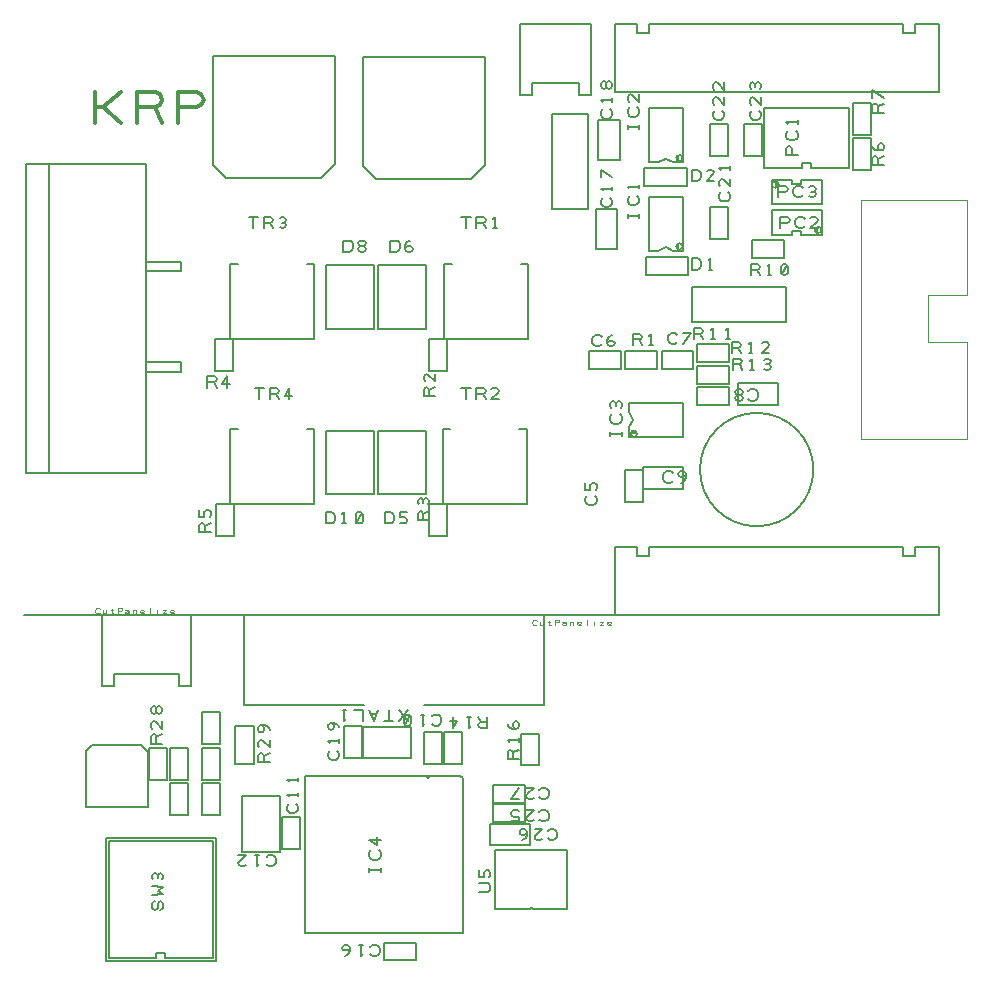
<source format=gto>
%FSLAX34Y34*%
%MOMM*%
G04 EasyPC Gerber Version 18.0.6 Build 3620 *
%ADD80C,0.02540*%
%ADD81C,0.10000*%
%ADD10C,0.12700*%
%ADD76C,0.30000*%
X0Y0D02*
D02*
D10*
X635Y313760D02*
X500635D01*
X1635Y433760D02*
X21635D01*
Y695760*
X1635*
Y433760*
Y695760*
X103635*
Y612760*
X133635*
Y604760*
X103635*
Y527760*
X133635*
Y519760*
X103635*
Y433760*
X1635*
X57635Y203760D02*
X99635D01*
X105635Y197760*
Y150760*
X52635*
Y198760*
X57635Y203760*
X66635Y253760D02*
X76635D01*
Y263760*
X131635*
Y253760*
X141635*
Y313760*
X66635*
Y253760*
X69635Y20860D02*
Y125160D01*
X162635*
Y20860*
X69635*
X72135Y23360D02*
Y122660D01*
X160135*
Y23360*
X119885*
Y27110*
X112385*
Y23360*
X72135*
X103635Y515760D02*
Y612760D01*
X117254Y204760D02*
X107729D01*
Y210316*
X108522Y211904*
X110110Y212698*
X111697Y211904*
X112491Y210316*
Y204760*
Y210316D02*
X117254Y212698D01*
Y223810D02*
Y217460D01*
X111697Y223016*
X110110Y223810*
X108522Y223016*
X107729Y221429*
Y219048*
X108522Y217460*
X112491Y232541D02*
Y234129D01*
X111697Y235716*
X110110Y236510*
X108522Y235716*
X107729Y234129*
Y232541*
X108522Y230954*
X110110Y230160*
X111697Y230954*
X112491Y232541*
X113285Y230954*
X114872Y230160*
X116460Y230954*
X117254Y232541*
Y234129*
X116460Y235716*
X114872Y236510*
X113285Y235716*
X112491Y234129*
X115872Y63560D02*
X117460Y64354D01*
X118254Y65941*
Y69116*
X117460Y70704*
X115872Y71498*
X114285Y70704*
X113491Y69116*
Y65941*
X112697Y64354*
X111110Y63560*
X109522Y64354*
X108729Y65941*
Y69116*
X109522Y70704*
X111110Y71498*
X108729Y76260D02*
X118254Y77054D01*
X113491Y80229*
X118254Y83404*
X108729Y84198*
X117460Y89754D02*
X118254Y91341D01*
Y92929*
X117460Y94516*
X115872Y95310*
X114285Y94516*
X113491Y92929*
Y91341*
Y92929D02*
X112697Y94516D01*
X111110Y95310*
X109522Y94516*
X108729Y92929*
Y91341*
X109522Y89754*
X121175Y174220D02*
Y201300D01*
X106095*
Y174220*
X121175*
X139175Y144220D02*
Y171300D01*
X124095*
Y144220*
X139175*
Y174220D02*
Y201300D01*
X124095*
Y174220*
X139175*
X155635Y506141D02*
Y515666D01*
X161191*
X162779Y514873*
X163573Y513285*
X162779Y511698*
X161191Y510904*
X155635*
X161191D02*
X163573Y506141D01*
X172304D02*
Y515666D01*
X168335Y509316*
X174685*
X158254Y383760D02*
X148729D01*
Y389316*
X149522Y390904*
X151110Y391698*
X152697Y390904*
X153491Y389316*
Y383760*
Y389316D02*
X158254Y391698D01*
X157460Y396460D02*
X158254Y398048D01*
Y400429*
X157460Y402016*
X155872Y402810*
X155079*
X153491Y402016*
X152697Y400429*
Y396460*
X148729*
Y402810*
X166175Y144220D02*
Y171300D01*
X151095*
Y144220*
X166175*
Y174220D02*
Y201300D01*
X151095*
Y174220*
X166175*
Y204220D02*
Y231300D01*
X151095*
Y204220*
X166175*
X177175Y520220D02*
Y547300D01*
X162095*
Y520220*
X177175*
X178175Y380220D02*
Y407300D01*
X163095*
Y380220*
X178175*
X179385Y187760D02*
Y219760D01*
X195385*
Y187760*
X179385*
X181425Y470910D02*
X175075D01*
Y407410*
X246195*
Y470910*
X239845*
X181425Y610910D02*
X175075D01*
Y547410*
X246195*
Y610910*
X239845*
X184595Y160300D02*
Y113220D01*
X216675*
Y160300*
X184595*
X194604Y641141D02*
Y650666D01*
X190635D02*
X198573D01*
X203335Y641141D02*
Y650666D01*
X208891*
X210479Y649873*
X211273Y648285*
X210479Y646698*
X208891Y645904*
X203335*
X208891D02*
X211273Y641141D01*
X216829Y641935D02*
X218416Y641141D01*
X220004*
X221591Y641935*
X222385Y643523*
X221591Y645110*
X220004Y645904*
X218416*
X220004D02*
X221591Y646698D01*
X222385Y648285*
X221591Y649873*
X220004Y650666*
X218416*
X216829Y649873*
X199604Y496141D02*
Y505666D01*
X195635D02*
X203573D01*
X208335Y496141D02*
Y505666D01*
X213891*
X215479Y504873*
X216273Y503285*
X215479Y501698*
X213891Y500904*
X208335*
X213891D02*
X216273Y496141D01*
X225004D02*
Y505666D01*
X221035Y499316*
X227385*
X208254Y188760D02*
X198729D01*
Y194316*
X199522Y195904*
X201110Y196698*
X202697Y195904*
X203491Y194316*
Y188760*
Y194316D02*
X208254Y196698D01*
Y207810D02*
Y201460D01*
X202697Y207016*
X201110Y207810*
X199522Y207016*
X198729Y205429*
Y203048*
X199522Y201460*
X208254Y216541D02*
X207460Y218129D01*
X205872Y219716*
X203491Y220510*
X201110*
X199522Y219716*
X198729Y218129*
Y216541*
X199522Y214954*
X201110Y214160*
X202697Y214954*
X203491Y216541*
Y218129*
X202697Y219716*
X201110Y220510*
X205697Y108791D02*
X206491Y109585D01*
X208079Y110379*
X210460*
X212047Y109585*
X212841Y108791*
X213635Y107204*
Y104029*
X212841Y102441*
X212047Y101647*
X210460Y100854*
X208079*
X206491Y101647*
X205697Y102441*
X199347Y110379D02*
X196172D01*
X197760D02*
Y100854D01*
X199347Y102441*
X181885Y110379D02*
X188235D01*
X182679Y104822*
X181885Y103235*
X182679Y101647*
X184266Y100854*
X186647*
X188235Y101647*
X219095Y142300D02*
Y115220D01*
X234175*
Y142300*
X219095*
X230666Y153698D02*
X231460Y152904D01*
X232254Y151316*
Y148935*
X231460Y147348*
X230666Y146554*
X229079Y145760*
X225904*
X224316Y146554*
X223522Y147348*
X222729Y148935*
Y151316*
X223522Y152904*
X224316Y153698*
X232254Y160048D02*
Y163223D01*
Y161635D02*
X222729D01*
X224316Y160048*
X232254Y172748D02*
Y175923D01*
Y174335D02*
X222729D01*
X224316Y172748*
X255635Y391141D02*
Y400666D01*
X260398*
X261985Y399873*
X262779Y399079*
X263573Y397491*
Y394316*
X262779Y392729*
X261985Y391935*
X260398Y391141*
X255635*
X269923D02*
X273098D01*
X271510D02*
Y400666D01*
X269923Y399079*
X281829Y391935D02*
X283416Y391141D01*
X285004*
X286591Y391935*
X287385Y393523*
Y398285*
X286591Y399873*
X285004Y400666*
X283416*
X281829Y399873*
X281035Y398285*
Y393523*
X281829Y391935*
X286591Y399873*
X256385Y415760D02*
X296385D01*
Y469760*
X256385*
Y415760*
Y555760D02*
X296385D01*
Y609760*
X256385*
Y555760*
X263635Y695760D02*
Y786760D01*
X160635*
Y694760*
X171635Y683760*
X251635*
X263635Y695760*
X265666Y198698D02*
X266460Y197904D01*
X267254Y196316*
Y193935*
X266460Y192348*
X265666Y191554*
X264079Y190760*
X260904*
X259316Y191554*
X258522Y192348*
X257729Y193935*
Y196316*
X258522Y197904*
X259316Y198698*
X267254Y205048D02*
Y208223D01*
Y206635D02*
X257729D01*
X259316Y205048*
X267254Y218541D02*
X266460Y220129D01*
X264872Y221716*
X262491Y222510*
X260110*
X258522Y221716*
X257729Y220129*
Y218541*
X258522Y216954*
X260110Y216160*
X261697Y216954*
X262491Y218541*
Y220129*
X261697Y221716*
X260110Y222510*
X270635Y621141D02*
Y630666D01*
X275398*
X276985Y629873*
X277779Y629079*
X278573Y627491*
Y624316*
X277779Y622729*
X276985Y621935*
X275398Y621141*
X270635*
X285716Y625904D02*
X287304D01*
X288891Y626698*
X289685Y628285*
X288891Y629873*
X287304Y630666*
X285716*
X284129Y629873*
X283335Y628285*
X284129Y626698*
X285716Y625904*
X284129Y625110*
X283335Y623523*
X284129Y621935*
X285716Y621141*
X287304*
X288891Y621935*
X289685Y623523*
X288891Y625110*
X287304Y625904*
X271095Y219300D02*
Y192220D01*
X286175*
Y219300*
X271095*
X300385Y415760D02*
X340385D01*
Y469760*
X300385*
Y415760*
Y555760D02*
X340385D01*
Y609760*
X300385*
Y555760*
X293697Y32791D02*
X294491Y33585D01*
X296079Y34379*
X298460*
X300047Y33585*
X300841Y32791*
X301635Y31204*
Y28029*
X300841Y26441*
X300047Y25647*
X298460Y24854*
X296079*
X294491Y25647*
X293697Y26441*
X287347Y34379D02*
X284172D01*
X285760D02*
Y24854D01*
X287347Y26441*
X276235Y31997D02*
X275441Y30410D01*
X273854Y29616*
X272266*
X270679Y30410*
X269885Y31997*
X270679Y33585*
X272266Y34379*
X273854*
X275441Y33585*
X276235Y31997*
Y29616*
X275441Y27235*
X273854Y25647*
X272266Y24854*
X302254Y96141D02*
Y99316D01*
Y97729D02*
X292729D01*
Y96141D02*
Y99316D01*
X300666Y114398D02*
X301460Y113604D01*
X302254Y112016*
Y109635*
X301460Y108048*
X300666Y107254*
X299079Y106460*
X295904*
X294316Y107254*
X293522Y108048*
X292729Y109635*
Y112016*
X293522Y113604*
X294316Y114398*
X302254Y123129D02*
X292729D01*
X299079Y119160*
Y125510*
X305635Y391141D02*
Y400666D01*
X310398*
X311985Y399873*
X312779Y399079*
X313573Y397491*
Y394316*
X312779Y392729*
X311985Y391935*
X310398Y391141*
X305635*
X318335Y391935D02*
X319923Y391141D01*
X322304*
X323891Y391935*
X324685Y393523*
Y394316*
X323891Y395904*
X322304Y396698*
X318335*
Y400666*
X324685*
X310635Y621141D02*
Y630666D01*
X315398*
X316985Y629873*
X317779Y629079*
X318573Y627491*
Y624316*
X317779Y622729*
X316985Y621935*
X315398Y621141*
X310635*
X323335Y623523D02*
X324129Y625110D01*
X325716Y625904*
X327304*
X328891Y625110*
X329685Y623523*
X328891Y621935*
X327304Y621141*
X325716*
X324129Y621935*
X323335Y623523*
Y625904*
X324129Y628285*
X325716Y629873*
X327304Y630666*
X325635Y233379D02*
X317697Y223854D01*
X325635D02*
X317697Y233379D01*
X308966D02*
Y223854D01*
X312935D02*
X304997D01*
X300235Y233379D02*
X296266Y223854D01*
X292297Y233379*
X298647Y229410D02*
X293885D01*
X287535Y223854D02*
Y233379D01*
X279597*
X273247D02*
X270072D01*
X271660D02*
Y223854D01*
X273247Y225441*
X327635Y218760D02*
X287635D01*
Y192760*
X327635*
Y218760*
X332175Y36300D02*
X305095D01*
Y21220*
X332175*
Y36300*
X339035Y237660D02*
X440635D01*
Y313860*
X186635*
Y237660*
X288235*
X343095Y407300D02*
Y380220D01*
X358175*
Y407300*
X343095*
Y547300D02*
Y520220D01*
X358175*
Y547300*
X343095*
X343685Y176210D02*
G75*
G03X341585I-1050D01*
G01*
G75*
G03X343685I1050*
G01*
G36*
G75*
G03X341585I-1050*
G01*
G75*
G03X343685I1050*
G01*
G37*
X343254Y393760D02*
X333729D01*
Y399316*
X334522Y400904*
X336110Y401698*
X337697Y400904*
X338491Y399316*
Y393760*
Y399316D02*
X343254Y401698D01*
X342460Y407254D02*
X343254Y408841D01*
Y410429*
X342460Y412016*
X340872Y412810*
X339285Y412016*
X338491Y410429*
Y408841*
Y410429D02*
X337697Y412016D01*
X336110Y412810*
X334522Y412016*
X333729Y410429*
Y408841*
X334522Y407254*
X348254Y498760D02*
X338729D01*
Y504316*
X339522Y505904*
X341110Y506698*
X342697Y505904*
X343491Y504316*
Y498760*
Y504316D02*
X348254Y506698D01*
Y517810D02*
Y511460D01*
X342697Y517016*
X341110Y517810*
X339522Y517016*
X338729Y515429*
Y513048*
X339522Y511460*
X345697Y227791D02*
X346491Y228585D01*
X348079Y229379*
X350460*
X352047Y228585*
X352841Y227791*
X353635Y226204*
Y223029*
X352841Y221441*
X352047Y220647*
X350460Y219854*
X348079*
X346491Y220647*
X345697Y221441*
X339347Y229379D02*
X336172D01*
X337760D02*
Y219854D01*
X339347Y221441*
X327441Y228585D02*
X325854Y229379D01*
X324266*
X322679Y228585*
X321885Y226997*
Y222235*
X322679Y220647*
X324266Y219854*
X325854*
X327441Y220647*
X328235Y222235*
Y226997*
X327441Y228585*
X322679Y220647*
X354175Y187220D02*
Y214300D01*
X339095*
Y187220*
X354175*
X356095Y214300D02*
Y187220D01*
X371175*
Y214300*
X356095*
X361425Y470910D02*
X355075D01*
Y407410*
X426195*
Y470910*
X419845*
X362425Y610910D02*
X356075D01*
Y547410*
X427195*
Y610910*
X420845*
X374604Y496141D02*
Y505666D01*
X370635D02*
X378573D01*
X383335Y496141D02*
Y505666D01*
X388891*
X390479Y504873*
X391273Y503285*
X390479Y501698*
X388891Y500904*
X383335*
X388891D02*
X391273Y496141D01*
X402385D02*
X396035D01*
X401591Y501698*
X402385Y503285*
X401591Y504873*
X400004Y505666*
X397623*
X396035Y504873*
X374604Y641141D02*
Y650666D01*
X370635D02*
X378573D01*
X383335Y641141D02*
Y650666D01*
X388891*
X390479Y649873*
X391273Y648285*
X390479Y646698*
X388891Y645904*
X383335*
X388891D02*
X391273Y641141D01*
X397623D02*
X400798D01*
X399210D02*
Y650666D01*
X397623Y649079*
X371635Y44260D02*
X238635D01*
Y177260*
X369635*
X371635Y175260*
Y44260*
X390635Y694760D02*
Y785760D01*
X287635*
Y693760*
X298635Y682760*
X378635*
X390635Y694760*
X392765Y227379D02*
Y217854D01*
X387209*
X385621Y218647*
X384827Y220235*
X385621Y221822*
X387209Y222616*
X392765*
X387209D02*
X384827Y227379D01*
X378477D02*
X375302D01*
X376890D02*
Y217854D01*
X378477Y219441*
X363396Y227379D02*
Y217854D01*
X367365Y224204*
X361015*
X385729Y78760D02*
X392872D01*
X394460Y79554*
X395254Y81141*
Y84316*
X394460Y85904*
X392872Y86698*
X385729*
X394460Y91460D02*
X395254Y93048D01*
Y95429*
X394460Y97016*
X392872Y97810*
X392079*
X390491Y97016*
X389697Y95429*
Y91460*
X385729*
Y97810*
X399435Y64710D02*
Y114810D01*
X459835*
Y64710*
X430885*
Y65960*
X428385*
Y64710*
X399435*
X420635Y753760D02*
X430635D01*
Y763760*
X470635*
Y753760*
X480635*
Y813760*
X420635*
Y753760*
X419254Y191760D02*
X409729D01*
Y197316*
X410522Y198904*
X412110Y199698*
X413697Y198904*
X414491Y197316*
Y191760*
Y197316D02*
X419254Y199698D01*
Y206048D02*
Y209223D01*
Y207635D02*
X409729D01*
X411316Y206048*
X416872Y217160D02*
X415285Y217954D01*
X414491Y219541*
Y221129*
X415285Y222716*
X416872Y223510*
X418460Y222716*
X419254Y221129*
Y219541*
X418460Y217954*
X416872Y217160*
X414491*
X412110Y217954*
X410522Y219541*
X409729Y221129*
X424175Y153300D02*
X397095D01*
Y138220*
X424175*
Y153300*
Y169300D02*
X397095D01*
Y154220*
X424175*
Y169300*
X428675Y136800D02*
X394595D01*
Y118720*
X428675*
Y136800*
X436175Y186220D02*
Y213300D01*
X421095*
Y186220*
X436175*
X436697Y146791D02*
X437491Y147585D01*
X439079Y148379*
X441460*
X443047Y147585*
X443841Y146791*
X444635Y145204*
Y142029*
X443841Y140441*
X443047Y139647*
X441460Y138854*
X439079*
X437491Y139647*
X436697Y140441*
X425585Y148379D02*
X431935D01*
X426379Y142822*
X425585Y141235*
X426379Y139647*
X427966Y138854*
X430347*
X431935Y139647*
X419235Y147585D02*
X417647Y148379D01*
X415266*
X413679Y147585*
X412885Y145997*
Y145204*
X413679Y143616*
X415266Y142822*
X419235*
Y138854*
X412885*
X436697Y165791D02*
X437491Y166585D01*
X439079Y167379*
X441460*
X443047Y166585*
X443841Y165791*
X444635Y164204*
Y161029*
X443841Y159441*
X443047Y158647*
X441460Y157854*
X439079*
X437491Y158647*
X436697Y159441*
X425585Y167379D02*
X431935D01*
X426379Y161822*
X425585Y160235*
X426379Y158647*
X427966Y157854*
X430347*
X431935Y158647*
X419235Y167379D02*
X412885Y157854D01*
X419235*
X443697Y130791D02*
X444491Y131585D01*
X446079Y132379*
X448460*
X450047Y131585*
X450841Y130791*
X451635Y129204*
Y126029*
X450841Y124441*
X450047Y123647*
X448460Y122854*
X446079*
X444491Y123647*
X443697Y124441*
X432585Y132379D02*
X438935D01*
X433379Y126822*
X432585Y125235*
X433379Y123647*
X434966Y122854*
X437347*
X438935Y123647*
X426235Y129997D02*
X425441Y128410D01*
X423854Y127616*
X422266*
X420679Y128410*
X419885Y129997*
X420679Y131585*
X422266Y132379*
X423854*
X425441Y131585*
X426235Y129997*
Y127616*
X425441Y125235*
X423854Y123647*
X422266Y122854*
X477635Y657510D02*
Y737510D01*
X447635*
Y657510*
X477635*
X479095Y522220D02*
X506175D01*
Y537300*
X479095*
Y522220*
X489573Y542729D02*
X488779Y541935D01*
X487191Y541141*
X484810*
X483223Y541935*
X482429Y542729*
X481635Y544316*
Y547491*
X482429Y549079*
X483223Y549873*
X484810Y550666*
X487191*
X488779Y549873*
X489573Y549079*
X494335Y543523D02*
X495129Y545110D01*
X496716Y545904*
X498304*
X499891Y545110*
X500685Y543523*
X499891Y541935*
X498304Y541141*
X496716*
X495129Y541935*
X494335Y543523*
Y545904*
X495129Y548285*
X496716Y549873*
X498304Y550666*
X484595Y657800D02*
Y623720D01*
X502675*
Y657800*
X484595*
X486595Y732800D02*
Y698720D01*
X504675*
Y732800*
X486595*
X483536Y414618D02*
X484330Y413824D01*
X485124Y412236*
Y409855*
X484330Y408268*
X483536Y407474*
X481949Y406680*
X478774*
X477186Y407474*
X476392Y408268*
X475599Y409855*
Y412236*
X476392Y413824*
X477186Y414618*
X484330Y419380D02*
X485124Y420968D01*
Y423349*
X484330Y424936*
X482742Y425730*
X481949*
X480361Y424936*
X479567Y423349*
Y419380*
X475599*
Y425730*
X496666Y666698D02*
X497460Y665904D01*
X498254Y664316*
Y661935*
X497460Y660348*
X496666Y659554*
X495079Y658760*
X491904*
X490316Y659554*
X489522Y660348*
X488729Y661935*
Y664316*
X489522Y665904*
X490316Y666698*
X498254Y673048D02*
Y676223D01*
Y674635D02*
X488729D01*
X490316Y673048*
X498254Y684160D02*
X488729Y690510D01*
Y684160*
X496666Y741698D02*
X497460Y740904D01*
X498254Y739316*
Y736935*
X497460Y735348*
X496666Y734554*
X495079Y733760*
X491904*
X490316Y734554*
X489522Y735348*
X488729Y736935*
Y739316*
X489522Y740904*
X490316Y741698*
X498254Y748048D02*
Y751223D01*
Y749635D02*
X488729D01*
X490316Y748048*
X493491Y761541D02*
Y763129D01*
X492697Y764716*
X491110Y765510*
X489522Y764716*
X488729Y763129*
Y761541*
X489522Y759954*
X491110Y759160*
X492697Y759954*
X493491Y761541*
X494285Y759954*
X495872Y759160*
X497460Y759954*
X498254Y761541*
Y763129*
X497460Y764716*
X495872Y765510*
X494285Y764716*
X493491Y763129*
X506254Y465141D02*
Y468316D01*
Y466729D02*
X496729D01*
Y465141D02*
Y468316D01*
X504666Y483398D02*
X505460Y482604D01*
X506254Y481016*
Y478635*
X505460Y477048*
X504666Y476254*
X503079Y475460*
X499904*
X498316Y476254*
X497522Y477048*
X496729Y478635*
Y481016*
X497522Y482604*
X498316Y483398*
X505460Y488954D02*
X506254Y490541D01*
Y492129*
X505460Y493716*
X503872Y494510*
X502285Y493716*
X501491Y492129*
Y490541*
Y492129D02*
X500697Y493716D01*
X499110Y494510*
X497522Y493716*
X496729Y492129*
Y490541*
X497522Y488954*
X509095Y522220D02*
X536175D01*
Y537300*
X509095*
Y522220*
X512785Y493060D02*
X558485D01*
Y464460*
X512785*
Y472410*
X515960Y478760*
X512785Y485110*
Y493060*
X513925Y467120D02*
G75*
G03X519245I2660D01*
G01*
G75*
G03X513925I-2660*
G01*
G36*
G75*
G03X519245I2660*
G01*
G75*
G03X513925I-2660*
G01*
G37*
X515635Y542141D02*
Y551666D01*
X521191*
X522779Y550873*
X523573Y549285*
X522779Y547698*
X521191Y546904*
X515635*
X521191D02*
X523573Y542141D01*
X529923D02*
X533098D01*
X531510D02*
Y551666D01*
X529923Y550079*
X520904Y650141D02*
Y653316D01*
Y651729D02*
X511379D01*
Y650141D02*
Y653316D01*
X519316Y668398D02*
X520110Y667604D01*
X520904Y666016*
Y663635*
X520110Y662048*
X519316Y661254*
X517729Y660460*
X514554*
X512966Y661254*
X512172Y662048*
X511379Y663635*
Y666016*
X512172Y667604*
X512966Y668398*
X520904Y674748D02*
Y677923D01*
Y676335D02*
X511379D01*
X512966Y674748*
X520904Y725141D02*
Y728316D01*
Y726729D02*
X511379D01*
Y725141D02*
Y728316D01*
X519316Y743398D02*
X520110Y742604D01*
X520904Y741016*
Y738635*
X520110Y737048*
X519316Y736254*
X517729Y735460*
X514554*
X512966Y736254*
X512172Y737048*
X511379Y738635*
Y741016*
X512172Y742604*
X512966Y743398*
X520904Y754510D02*
Y748160D01*
X515347Y753716*
X513760Y754510*
X512172Y753716*
X511379Y752129*
Y749748*
X512172Y748160*
X524175Y409220D02*
Y436300D01*
X509095*
Y409220*
X524175*
X524595Y420720D02*
X558675D01*
Y438800*
X524595*
Y420720*
X529335Y621910D02*
Y667610D01*
X557935*
Y621910*
X549985*
X543635Y625085*
X537285Y621910*
X529335*
Y696910D02*
Y742610D01*
X557935*
Y696910*
X549985*
X543635Y700085*
X537285Y696910*
X529335*
X540095Y522220D02*
X567175D01*
Y537300*
X540095*
Y522220*
X549573Y427379D02*
X548779Y426585D01*
X547191Y425791*
X544810*
X543223Y426585*
X542429Y427379*
X541635Y428966*
Y432141*
X542429Y433729*
X543223Y434523*
X544810Y435316*
X547191*
X548779Y434523*
X549573Y433729*
X556716Y425791D02*
X558304Y426585D01*
X559891Y428173*
X560685Y430554*
Y432935*
X559891Y434523*
X558304Y435316*
X556716*
X555129Y434523*
X554335Y432935*
X555129Y431348*
X556716Y430554*
X558304*
X559891Y431348*
X560685Y432935*
X553573Y544729D02*
X552779Y543935D01*
X551191Y543141*
X548810*
X547223Y543935*
X546429Y544729*
X545635Y546316*
Y549491*
X546429Y551079*
X547223Y551873*
X548810Y552666*
X551191*
X552779Y551873*
X553573Y551079*
X558335Y543141D02*
X564685Y552666D01*
X558335*
X555275Y623050D02*
G75*
G03Y628370J2660D01*
G01*
G75*
G03Y623050J-2660*
G01*
G36*
G75*
G03Y628370J2660*
G01*
G75*
G03Y623050J-2660*
G01*
G37*
Y698050D02*
G75*
G03Y703370J2660D01*
G01*
G75*
G03Y698050J-2660*
G01*
G36*
G75*
G03Y703370J2660*
G01*
G75*
G03Y698050J-2660*
G01*
G37*
X561635Y691760D02*
X525635D01*
Y676760*
X561635*
Y691760*
X562635Y616760D02*
X526635D01*
Y601760*
X562635*
Y616760*
X565635Y606141D02*
Y615666D01*
X570398*
X571985Y614873*
X572779Y614079*
X573573Y612491*
Y609316*
X572779Y607729*
X571985Y606935*
X570398Y606141*
X565635*
X579923D02*
X583098D01*
X581510D02*
Y615666D01*
X579923Y614079*
X565635Y681141D02*
Y690666D01*
X570398*
X571985Y689873*
X572779Y689079*
X573573Y687491*
Y684316*
X572779Y682729*
X571985Y681935*
X570398Y681141*
X565635*
X584685D02*
X578335D01*
X583891Y686698*
X584685Y688285*
X583891Y689873*
X582304Y690666*
X579923*
X578335Y689873*
X567555Y547141D02*
Y556666D01*
X573111*
X574699Y555873*
X575493Y554285*
X574699Y552698*
X573111Y551904*
X567555*
X573111D02*
X575493Y547141D01*
X581843D02*
X585018D01*
X583430D02*
Y556666D01*
X581843Y555079*
X594543Y547141D02*
X597718D01*
X596130D02*
Y556666D01*
X594543Y555079*
X570095Y491220D02*
X597175D01*
Y506300*
X570095*
Y491220*
Y509220D02*
X597175D01*
Y524300*
X570095*
Y509220*
Y528220D02*
X597175D01*
Y543300*
X570095*
Y528220*
X591666Y740698D02*
X592460Y739904D01*
X593254Y738316*
Y735935*
X592460Y734348*
X591666Y733554*
X590079Y732760*
X586904*
X585316Y733554*
X584522Y734348*
X583729Y735935*
Y738316*
X584522Y739904*
X585316Y740698*
X593254Y751810D02*
Y745460D01*
X587697Y751016*
X586110Y751810*
X584522Y751016*
X583729Y749429*
Y747048*
X584522Y745460*
X593254Y764510D02*
Y758160D01*
X587697Y763716*
X586110Y764510*
X584522Y763716*
X583729Y762129*
Y759748*
X584522Y758160*
X596175Y632220D02*
Y659300D01*
X581095*
Y632220*
X596175*
Y702220D02*
Y729300D01*
X581095*
Y702220*
X596175*
X599635Y535141D02*
Y544666D01*
X605191*
X606779Y543873*
X607573Y542285*
X606779Y540698*
X605191Y539904*
X599635*
X605191D02*
X607573Y535141D01*
X613923D02*
X617098D01*
X615510D02*
Y544666D01*
X613923Y543079*
X631385Y535141D02*
X625035D01*
X630591Y540698*
X631385Y542285*
X630591Y543873*
X629004Y544666*
X626623*
X625035Y543873*
X600635Y521141D02*
Y530666D01*
X606191*
X607779Y529873*
X608573Y528285*
X607779Y526698*
X606191Y525904*
X600635*
X606191D02*
X608573Y521141D01*
X614923D02*
X618098D01*
X616510D02*
Y530666D01*
X614923Y529079*
X626829Y521935D02*
X628416Y521141D01*
X630004*
X631591Y521935*
X632385Y523523*
X631591Y525110*
X630004Y525904*
X628416*
X630004D02*
X631591Y526698D01*
X632385Y528285*
X631591Y529873*
X630004Y530666*
X628416*
X626829Y529873*
X596666Y671698D02*
X597460Y670904D01*
X598254Y669316*
Y666935*
X597460Y665348*
X596666Y664554*
X595079Y663760*
X591904*
X590316Y664554*
X589522Y665348*
X588729Y666935*
Y669316*
X589522Y670904*
X590316Y671698*
X598254Y682810D02*
Y676460D01*
X592697Y682016*
X591110Y682810*
X589522Y682016*
X588729Y680429*
Y678048*
X589522Y676460*
X598254Y690748D02*
Y693923D01*
Y692335D02*
X588729D01*
X590316Y690748*
X615635Y601141D02*
Y610666D01*
X621191*
X622779Y609873*
X623573Y608285*
X622779Y606698*
X621191Y605904*
X615635*
X621191D02*
X623573Y601141D01*
X629923D02*
X633098D01*
X631510D02*
Y610666D01*
X629923Y609079*
X641829Y601935D02*
X643416Y601141D01*
X645004*
X646591Y601935*
X647385Y603523*
Y608285*
X646591Y609873*
X645004Y610666*
X643416*
X641829Y609873*
X641035Y608285*
Y603523*
X641829Y601935*
X646591Y609873*
X620635Y484760D02*
G75*
G03Y388760J-48000D01*
G01*
G75*
G03Y484760J48000*
G01*
X613697Y503141D02*
X614491Y503935D01*
X616079Y504729*
X618460*
X620047Y503935*
X620841Y503141*
X621635Y501554*
Y498379*
X620841Y496791*
X620047Y495997*
X618460Y495204*
X616079*
X614491Y495997*
X613697Y496791*
X606554Y499966D02*
X604966D01*
X603379Y499172*
X602585Y497585*
X603379Y495997*
X604966Y495204*
X606554*
X608141Y495997*
X608935Y497585*
X608141Y499172*
X606554Y499966*
X608141Y500760*
X608935Y502347*
X608141Y503935*
X606554Y504729*
X604966*
X603379Y503935*
X602585Y502347*
X603379Y500760*
X604966Y499966*
X625175Y702220D02*
Y729300D01*
X610095*
Y702220*
X625175*
X622666Y740698D02*
X623460Y739904D01*
X624254Y738316*
Y735935*
X623460Y734348*
X622666Y733554*
X621079Y732760*
X617904*
X616316Y733554*
X615522Y734348*
X614729Y735935*
Y738316*
X615522Y739904*
X616316Y740698*
X624254Y751810D02*
Y745460D01*
X618697Y751016*
X617110Y751810*
X615522Y751016*
X614729Y749429*
Y747048*
X615522Y745460*
X623460Y758954D02*
X624254Y760541D01*
Y762129*
X623460Y763716*
X621872Y764510*
X620285Y763716*
X619491Y762129*
Y760541*
Y762129D02*
X618697Y763716D01*
X617110Y764510*
X615522Y763716*
X614729Y762129*
Y760541*
X615522Y758954*
X627235Y692460D02*
Y743160D01*
X698635*
Y692460*
X666685*
Y696210*
X659185*
Y692460*
X627235*
X633635Y635410D02*
Y656110D01*
X675635*
Y635410*
X658385*
Y639160*
X650885*
Y635410*
X633635*
X636435Y680910D02*
G75*
G03Y675310J-2800D01*
G01*
G75*
G03Y680910J2800*
G01*
G36*
G75*
G03Y675310J-2800*
G01*
G75*
G03Y680910J2800*
G01*
G37*
X638675Y509800D02*
X604595D01*
Y491720*
X638675*
Y509800*
X638885Y667391D02*
Y676916D01*
X644441*
X646029Y676123*
X646823Y674535*
X646029Y672948*
X644441Y672154*
X638885*
X659523Y668979D02*
X658729Y668185D01*
X657141Y667391*
X654760*
X653173Y668185*
X652379Y668979*
X651585Y670566*
Y673741*
X652379Y675329*
X653173Y676123*
X654760Y676916*
X657141*
X658729Y676123*
X659523Y675329*
X665079Y668185D02*
X666666Y667391D01*
X668254*
X669841Y668185*
X670635Y669773*
X669841Y671360*
X668254Y672154*
X666666*
X668254D02*
X669841Y672948D01*
X670635Y674535*
X669841Y676123*
X668254Y676916*
X666666*
X665079Y676123*
X640635Y641141D02*
Y650666D01*
X646191*
X647779Y649873*
X648573Y648285*
X647779Y646698*
X646191Y645904*
X640635*
X661273Y642729D02*
X660479Y641935D01*
X658891Y641141*
X656510*
X654923Y641935*
X654129Y642729*
X653335Y644316*
Y647491*
X654129Y649079*
X654923Y649873*
X656510Y650666*
X658891*
X660479Y649873*
X661273Y649079*
X672385Y641141D02*
X666035D01*
X671591Y646698*
X672385Y648285*
X671591Y649873*
X670004Y650666*
X667623*
X666035Y649873*
X644175Y631300D02*
X617095D01*
Y616220*
X644175*
Y631300*
X645885Y591760D02*
X565885D01*
Y561760*
X645885*
Y591760*
X655254Y702760D02*
X645729D01*
Y708316*
X646522Y709904*
X648110Y710698*
X649697Y709904*
X650491Y708316*
Y702760*
X653666Y723398D02*
X654460Y722604D01*
X655254Y721016*
Y718635*
X654460Y717048*
X653666Y716254*
X652079Y715460*
X648904*
X647316Y716254*
X646522Y717048*
X645729Y718635*
Y721016*
X646522Y722604*
X647316Y723398*
X655254Y729748D02*
Y732923D01*
Y731335D02*
X645729D01*
X647316Y729748*
X672835Y636610D02*
G75*
G03Y642210J2800D01*
G01*
G75*
G03Y636610J-2800*
G01*
G36*
G75*
G03Y642210J2800*
G01*
G75*
G03Y636610J-2800*
G01*
G37*
X675635Y682110D02*
Y661410D01*
X633635*
Y682110*
X650885*
Y678360*
X658385*
Y682110*
X675635*
X702095Y717300D02*
Y690220D01*
X717175*
Y717300*
X702095*
X717175Y720220D02*
Y747300D01*
X702095*
Y720220*
X717175*
X728254Y694260D02*
X718729D01*
Y699816*
X719522Y701404*
X721110Y702198*
X722697Y701404*
X723491Y699816*
Y694260*
Y699816D02*
X728254Y702198D01*
X725872Y706960D02*
X724285Y707754D01*
X723491Y709341*
Y710929*
X724285Y712516*
X725872Y713310*
X727460Y712516*
X728254Y710929*
Y709341*
X727460Y707754*
X725872Y706960*
X723491*
X721110Y707754*
X719522Y709341*
X718729Y710929*
X728254Y738760D02*
X718729D01*
Y744316*
X719522Y745904*
X721110Y746698*
X722697Y745904*
X723491Y744316*
Y738760*
Y744316D02*
X728254Y746698D01*
Y751460D02*
X718729Y757810D01*
Y751460*
X774635Y313760D02*
X500635D01*
Y371260*
X519635*
Y363760*
X529635*
Y371260*
X744635*
Y363760*
X754635*
Y371260*
X774635*
Y313760*
Y756260D02*
X500635D01*
Y813760*
X519635*
Y806260*
X529635*
Y813760*
X744635*
Y806260*
X754635*
Y813760*
X774635*
Y756260*
D02*
D76*
X60635Y730323D02*
Y756573D01*
Y743448D02*
X67198D01*
X82510Y756573*
X67198Y743448D02*
X82510Y730323D01*
X95635D02*
Y756573D01*
X110948*
X115323Y754385*
X117510Y750010*
X115323Y745635*
X110948Y743448*
X95635*
X110948D02*
X117510Y730323D01*
X130635D02*
Y756573D01*
X145948*
X150323Y754385*
X152510Y750010*
X150323Y745635*
X145948Y743448*
X130635*
D02*
D80*
X64604Y315744D02*
X64207Y315348D01*
X63413Y314951*
X62223*
X61429Y315348*
X61032Y315744*
X60635Y316538*
Y318126*
X61032Y318919*
X61429Y319316*
X62223Y319713*
X63413*
X64207Y319316*
X64604Y318919*
X66985Y318126D02*
Y316141D01*
X67382Y315348*
X68176Y314951*
X68969*
X69763Y315348*
X70160Y316141*
Y318126D02*
Y314951D01*
X74129Y318126D02*
X75716D01*
X74923Y318919D02*
Y315348D01*
X75319Y314951*
X75716*
X76113Y315348*
X79685Y314951D02*
Y319713D01*
X82463*
X83257Y319316*
X83654Y318523*
X83257Y317729*
X82463Y317332*
X79685*
X86035Y317729D02*
X86829Y318126D01*
X88019*
X88813Y317729*
X89210Y316935*
Y315744*
X88813Y315348*
X88019Y314951*
X87226*
X86432Y315348*
X86035Y315744*
Y316141*
X86432Y316538*
X87226Y316935*
X88019*
X88813Y316538*
X89210Y316141*
Y315744D02*
Y314951D01*
X92385D02*
Y318126D01*
Y316935D02*
X92782Y317729D01*
X93576Y318126*
X94369*
X95163Y317729*
X95560Y316935*
Y314951*
X101910Y315348D02*
X101513Y314951D01*
X100719*
X99926*
X99132Y315348*
X98735Y316141*
Y317332*
X99132Y317729*
X99926Y318126*
X100719*
X101513Y317729*
X101910Y317332*
Y316935*
X101513Y316538*
X100719Y316141*
X99926*
X99132Y316538*
X98735Y316935*
X107069Y314951D02*
X106673D01*
Y319713*
X113023Y314951D02*
Y318126D01*
Y319316D02*
X117785Y318126*
X120960D01*
X117785Y314951*
X120960*
X127310Y315348D02*
X126913Y314951D01*
X126119*
X125326*
X124532Y315348*
X124135Y316141*
Y317332*
X124532Y317729*
X125326Y318126*
X126119*
X126913Y317729*
X127310Y317332*
Y316935*
X126913Y316538*
X126119Y316141*
X125326*
X124532Y316538*
X124135Y316935*
X434604Y305744D02*
X434207Y305348D01*
X433413Y304951*
X432223*
X431429Y305348*
X431032Y305744*
X430635Y306538*
Y308126*
X431032Y308919*
X431429Y309316*
X432223Y309713*
X433413*
X434207Y309316*
X434604Y308919*
X436985Y308126D02*
Y306141D01*
X437382Y305348*
X438176Y304951*
X438969*
X439763Y305348*
X440160Y306141*
Y308126D02*
Y304951D01*
X444129Y308126D02*
X445716D01*
X444923Y308919D02*
Y305348D01*
X445319Y304951*
X445716*
X446113Y305348*
X449685Y304951D02*
Y309713D01*
X452463*
X453257Y309316*
X453654Y308523*
X453257Y307729*
X452463Y307332*
X449685*
X456035Y307729D02*
X456829Y308126D01*
X458019*
X458813Y307729*
X459210Y306935*
Y305744*
X458813Y305348*
X458019Y304951*
X457226*
X456432Y305348*
X456035Y305744*
Y306141*
X456432Y306538*
X457226Y306935*
X458019*
X458813Y306538*
X459210Y306141*
Y305744D02*
Y304951D01*
X462385D02*
Y308126D01*
Y306935D02*
X462782Y307729D01*
X463576Y308126*
X464369*
X465163Y307729*
X465560Y306935*
Y304951*
X471910Y305348D02*
X471513Y304951D01*
X470719*
X469926*
X469132Y305348*
X468735Y306141*
Y307332*
X469132Y307729*
X469926Y308126*
X470719*
X471513Y307729*
X471910Y307332*
Y306935*
X471513Y306538*
X470719Y306141*
X469926*
X469132Y306538*
X468735Y306935*
X477069Y304951D02*
X476673D01*
Y309713*
X483023Y304951D02*
Y308126D01*
Y309316D02*
X487785Y308126*
X490960D01*
X487785Y304951*
X490960*
X497310Y305348D02*
X496913Y304951D01*
X496119*
X495326*
X494532Y305348*
X494135Y306141*
Y307332*
X494532Y307729*
X495326Y308126*
X496119*
X496913Y307729*
X497310Y307332*
Y306935*
X496913Y306538*
X496119Y306141*
X495326*
X494532Y306538*
X494135Y306935*
D02*
D81*
X709385Y665010D02*
X798385D01*
Y584760*
X766135*
Y544760*
X798385*
Y463010*
X709385*
Y665010*
X0Y0D02*
M02*

</source>
